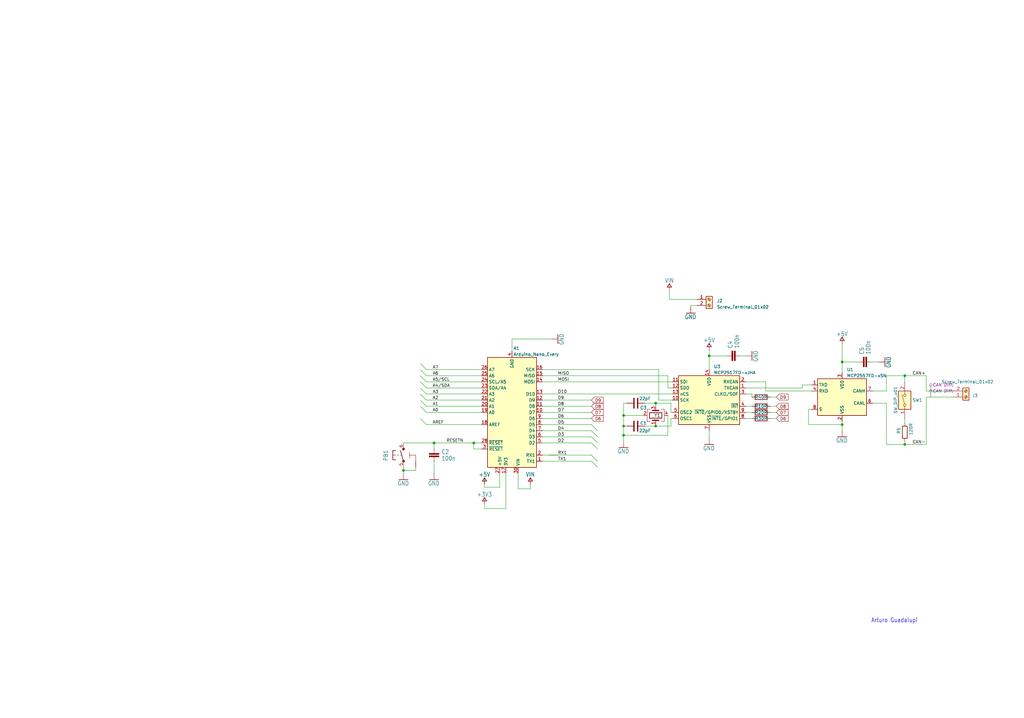
<source format=kicad_sch>
(kicad_sch (version 20230121) (generator eeschema)
  (paper "User" 425.45 298.45)
  (lib_symbols
    (symbol "Connector:Screw_Terminal_01x02" (pin_names (offset 1.016) hide)
      (property "Reference" "J" (at 0 2.54 0))
      (property "Value" "Screw_Terminal_01x02" (at 0 -5.08 0))
      (symbol "Screw_Terminal_01x02_1_1"
        (rectangle (start -1.27 1.27) (end 1.27 -3.81) (stroke (width 0.254)) (fill (type background)))
        (circle (center 0 -2.54) (radius 0.635) (stroke (width 0.1524)))
        (polyline (pts (xy -0.5334 -2.2098) (xy 0.3302 -3.048)) (stroke (width 0.1524)))
        (polyline (pts (xy -0.5334 0.3302) (xy 0.3302 -0.508)) (stroke (width 0.1524)))
        (polyline (pts (xy -0.3556 -2.032) (xy 0.508 -2.8702)) (stroke (width 0.1524)))
        (polyline (pts (xy -0.3556 0.508) (xy 0.508 -0.3302)) (stroke (width 0.1524)))
        (circle (center 0 0) (radius 0.635) (stroke (width 0.1524)))
        (pin passive line (at -5.08 0 0) (length 3.81) (name "Pin_1") (number "1"))
        (pin passive line (at -5.08 -2.54 0) (length 3.81) (name "Pin_2") (number "2"))
      )
    )
    (symbol "Device:C" (pin_numbers hide) (pin_names (offset 0.254))
      (property "Reference" "C" (at 0.635 2.54 0))
      (property "Value" "C" (at 0.635 -2.54 0))
      (symbol "C_0_1"
        (polyline (pts (xy -2.032 -0.762) (xy 2.032 -0.762)) (stroke (width 0.508)))
        (polyline (pts (xy -2.032 0.762) (xy 2.032 0.762)) (stroke (width 0.508)))
      )
      (symbol "C_1_1"
        (pin passive line (at 0 3.81 270) (length 2.794) (name "~") (number "1"))
        (pin passive line (at 0 -3.81 90) (length 2.794) (name "~") (number "2"))
      )
    )
    (symbol "Device:Crystal_GND24" (pin_names (offset 1.016) hide)
      (property "Reference" "Y" (at 3.175 5.08 0))
      (property "Value" "Crystal_GND24" (at 3.175 3.175 0))
      (symbol "Crystal_GND24_0_1"
        (rectangle (start -1.143 2.54) (end 1.143 -2.54) (stroke (width 0.3048)))
        (polyline (pts (xy -2.54 0) (xy -2.032 0)))
        (polyline (pts (xy -2.032 -1.27) (xy -2.032 1.27)) (stroke (width 0.508)))
        (polyline (pts (xy 0 -3.81) (xy 0 -3.556)))
        (polyline (pts (xy 0 3.556) (xy 0 3.81)))
        (polyline (pts (xy 2.032 -1.27) (xy 2.032 1.27)) (stroke (width 0.508)))
        (polyline (pts (xy 2.032 0) (xy 2.54 0)))
        (polyline (pts (xy -2.54 -2.286) (xy -2.54 -3.556) (xy 2.54 -3.556) (xy 2.54 -2.286)))
        (polyline (pts (xy -2.54 2.286) (xy -2.54 3.556) (xy 2.54 3.556) (xy 2.54 2.286)))
      )
      (symbol "Crystal_GND24_1_1"
        (pin passive line (at -3.81 0 0) (length 1.27) (name "1") (number "1"))
        (pin passive line (at 0 5.08 270) (length 1.27) (name "2") (number "2"))
        (pin passive line (at 3.81 0 180) (length 1.27) (name "3") (number "3"))
        (pin passive line (at 0 -5.08 90) (length 1.27) (name "4") (number "4"))
      )
    )
    (symbol "Device:R" (pin_numbers hide) (pin_names (offset 0))
      (property "Reference" "R" (at 2.032 0 90))
      (property "Value" "R" (at 0 0 90))
      (symbol "R_0_1"
        (rectangle (start -1.016 -2.54) (end 1.016 2.54) (stroke (width 0.254)))
      )
      (symbol "R_1_1"
        (pin passive line (at 0 3.81 270) (length 1.27) (name "~") (number "1"))
        (pin passive line (at 0 -3.81 90) (length 1.27) (name "~") (number "2"))
      )
    )
    (symbol "Interface_CAN_LIN:MCP2517FD-xJHA"
      (property "Reference" "U" (at -12.7 12.7 0))
      (property "Value" "MCP2517FD-xJHA" (at 2.54 12.7 0))
      (symbol "MCP2517FD-xJHA_0_1"
        (rectangle (start -12.7 10.16) (end 12.7 -10.16) (stroke (width 0.254)) (fill (type background)))
      )
      (symbol "MCP2517FD-xJHA_1_1"
        (pin output line (at 15.24 5.08 180) (length 2.54) (name "TXCAN") (number "1"))
        (pin input line (at -15.24 0 0) (length 2.54) (name "SCK") (number "10"))
        (pin input line (at -15.24 7.62 0) (length 2.54) (name "SDI") (number "11"))
        (pin output line (at -15.24 5.08 0) (length 2.54) (name "SDO") (number "12"))
        (pin input line (at -15.24 2.54 0) (length 2.54) (name "nCS") (number "13"))
        (pin power_in line (at 0 12.7 270) (length 2.54) (name "VDD") (number "14"))
        (pin passive line (at 0 -12.7 90) (length 2.54) hide (name "VSS") (number "15"))
        (pin input line (at 15.24 7.62 180) (length 2.54) (name "RXCAN") (number "2"))
        (pin output line (at 15.24 2.54 180) (length 2.54) (name "CLKO/SOF") (number "3"))
        (pin output line (at 15.24 -2.54 180) (length 2.54) (name "~{INT}") (number "4"))
        (pin output line (at -15.24 -5.08 0) (length 2.54) (name "OSC2") (number "5"))
        (pin input line (at -15.24 -7.62 0) (length 2.54) (name "OSC1") (number "6"))
        (pin power_in line (at 0 -12.7 90) (length 2.54) (name "VSS") (number "7"))
        (pin bidirectional line (at 15.24 -7.62 180) (length 2.54) (name "~{INT1}/GPIO1") (number "8"))
        (pin bidirectional line (at 15.24 -5.08 180) (length 2.54) (name "~{INT0}/GPIO0/XSTBY") (number "9"))
      )
    )
    (symbol "Interface_CAN_LIN:MCP2557FD-xSN"
      (property "Reference" "U" (at -10.16 10.16 0))
      (property "Value" "MCP2557FD-xSN" (at 2.54 10.16 0))
      (symbol "MCP2557FD-xSN_0_1"
        (rectangle (start -10.16 7.62) (end 10.16 -7.62) (stroke (width 0.254)) (fill (type background)))
      )
      (symbol "MCP2557FD-xSN_1_1"
        (pin input line (at -12.7 5.08 0) (length 2.54) (name "TXD") (number "1"))
        (pin power_in line (at 0 -10.16 90) (length 2.54) (name "VSS") (number "2"))
        (pin power_in line (at 0 10.16 270) (length 2.54) (name "VDD") (number "3"))
        (pin output line (at -12.7 2.54 0) (length 2.54) (name "RXD") (number "4"))
        (pin no_connect line (at -10.16 -2.54 0) (length 2.54) hide (name "NC") (number "5"))
        (pin bidirectional line (at 12.7 -2.54 180) (length 2.54) (name "CANL") (number "6"))
        (pin bidirectional line (at 12.7 2.54 180) (length 2.54) (name "CANH") (number "7"))
        (pin input line (at -12.7 -5.08 0) (length 2.54) (name "S") (number "8"))
      )
    )
    (symbol "MCU_Module:Arduino_Nano_Every"
      (property "Reference" "A" (at -10.16 23.495 0))
      (property "Value" "Arduino_Nano_Every" (at 5.08 -24.13 0))
      (symbol "Arduino_Nano_Every_0_1"
        (rectangle (start -10.16 22.86) (end 10.16 -22.86) (stroke (width 0.254)) (fill (type background)))
      )
      (symbol "Arduino_Nano_Every_1_1"
        (pin bidirectional line (at -12.7 20.32 0) (length 2.54) (name "TX1") (number "1"))
        (pin bidirectional line (at -12.7 0 0) (length 2.54) (name "D7") (number "10"))
        (pin bidirectional line (at -12.7 -2.54 0) (length 2.54) (name "D8") (number "11"))
        (pin bidirectional line (at -12.7 -5.08 0) (length 2.54) (name "D9") (number "12"))
        (pin bidirectional line (at -12.7 -7.62 0) (length 2.54) (name "D10") (number "13"))
        (pin bidirectional line (at -12.7 -12.7 0) (length 2.54) (name "MOSI") (number "14"))
        (pin bidirectional line (at -12.7 -15.24 0) (length 2.54) (name "MISO") (number "15"))
        (pin bidirectional line (at -12.7 -17.78 0) (length 2.54) (name "SCK") (number "16"))
        (pin power_out line (at 2.54 25.4 270) (length 2.54) (name "3V3") (number "17"))
        (pin input line (at 12.7 5.08 180) (length 2.54) (name "AREF") (number "18"))
        (pin bidirectional line (at 12.7 0 180) (length 2.54) (name "A0") (number "19"))
        (pin bidirectional line (at -12.7 17.78 0) (length 2.54) (name "RX1") (number "2"))
        (pin bidirectional line (at 12.7 -2.54 180) (length 2.54) (name "A1") (number "20"))
        (pin bidirectional line (at 12.7 -5.08 180) (length 2.54) (name "A2") (number "21"))
        (pin bidirectional line (at 12.7 -7.62 180) (length 2.54) (name "A3") (number "22"))
        (pin bidirectional line (at 12.7 -10.16 180) (length 2.54) (name "SDA/A4") (number "23"))
        (pin bidirectional line (at 12.7 -12.7 180) (length 2.54) (name "SCL/A5") (number "24"))
        (pin bidirectional line (at 12.7 -15.24 180) (length 2.54) (name "A6") (number "25"))
        (pin bidirectional line (at 12.7 -17.78 180) (length 2.54) (name "A7") (number "26"))
        (pin power_out line (at 5.08 25.4 270) (length 2.54) (name "+5V") (number "27"))
        (pin input line (at 12.7 12.7 180) (length 2.54) (name "~{RESET}") (number "28"))
        (pin passive line (at 0 -25.4 90) (length 2.54) hide (name "GND") (number "29"))
        (pin input line (at 12.7 15.24 180) (length 2.54) (name "~{RESET}") (number "3"))
        (pin power_in line (at -2.54 25.4 270) (length 2.54) (name "VIN") (number "30"))
        (pin power_in line (at 0 -25.4 90) (length 2.54) (name "GND") (number "4"))
        (pin bidirectional line (at -12.7 12.7 0) (length 2.54) (name "D2") (number "5"))
        (pin bidirectional line (at -12.7 10.16 0) (length 2.54) (name "D3") (number "6"))
        (pin bidirectional line (at -12.7 7.62 0) (length 2.54) (name "D4") (number "7"))
        (pin bidirectional line (at -12.7 5.08 0) (length 2.54) (name "D5") (number "8"))
        (pin bidirectional line (at -12.7 2.54 0) (length 2.54) (name "D6") (number "9"))
      )
    )
    (symbol "NANOEveryV3.0-eagle-import:+3V3" (power)
      (property "Value" "+3V3" (at 0 0.508 0))
      (symbol "+3V3_1_0"
        (polyline (pts (xy -0.889 -1.27) (xy 0.889 -1.27)) (stroke (width 0.254)))
        (polyline (pts (xy 0 0.127) (xy -0.889 -1.27)) (stroke (width 0.254)))
        (polyline (pts (xy 0.889 -1.27) (xy 0 0.127)) (stroke (width 0.254)))
        (pin power_in line (at 0 -2.54 90) (length 2.54) (name "+3V3") (number "1"))
      )
    )
    (symbol "NANOEveryV3.0-eagle-import:+5V" (power)
      (property "Value" "+5V" (at 0 0.508 0))
      (symbol "+5V_1_0"
        (polyline (pts (xy -0.889 -1.27) (xy 0.889 -1.27)) (stroke (width 0.254)))
        (polyline (pts (xy 0 0.127) (xy -0.889 -1.27)) (stroke (width 0.254)))
        (polyline (pts (xy 0.889 -1.27) (xy 0 0.127)) (stroke (width 0.254)))
        (pin power_in line (at 0 -2.54 90) (length 2.54) (name "+5V") (number "1"))
      )
    )
    (symbol "NANOEveryV3.0-eagle-import:Arduino-supply_GND" (power)
      (property "Value" "Arduino-supply_GND" (at -2.54 -2.54 0))
      (symbol "Arduino-supply_GND_1_0"
        (polyline (pts (xy -1.905 0) (xy 1.905 0)) (stroke (width 0.254)))
        (pin power_in line (at 0 2.54 270) (length 2.54) (name "GND") (number "1"))
      )
    )
    (symbol "NANOEveryV3.0-eagle-import:C-0402"
      (property "Reference" "C" (at 1.524 1.651 0))
      (symbol "C-0402_1_0"
        (rectangle (start -2.032 -0.762) (end 2.032 -0.254) (fill (type outline)))
        (rectangle (start -2.032 0.254) (end 2.032 0.762) (fill (type outline)))
        (polyline (pts (xy 0 -2.54) (xy 0 -0.762)) (stroke (width 0.1524)))
        (polyline (pts (xy 0 2.54) (xy 0 0.762)) (stroke (width 0.1524)))
        (pin passive line (at 0 2.54 270) (length 0) (name "1") (number "1"))
        (pin passive line (at 0 -2.54 90) (length 0) (name "2") (number "2"))
      )
    )
    (symbol "NANOEveryV3.0-eagle-import:TACTILE1PTS820-NH"
      (property "Reference" "PB" (at -6.35 -2.54 90))
      (symbol "TACTILE1PTS820-NH_1_0"
        (circle (center 0 -2.54) (radius 0.127) (stroke (width 0.4064)))
        (polyline (pts (xy -4.445 -1.905) (xy -3.175 -1.905)) (stroke (width 0.254)))
        (polyline (pts (xy -4.445 0) (xy -4.445 -1.905)) (stroke (width 0.254)))
        (polyline (pts (xy -4.445 0) (xy -3.175 0)) (stroke (width 0.1524)))
        (polyline (pts (xy -4.445 1.905) (xy -4.445 0)) (stroke (width 0.254)))
        (polyline (pts (xy -4.445 1.905) (xy -3.175 1.905)) (stroke (width 0.254)))
        (polyline (pts (xy -2.54 0) (xy -1.905 0)) (stroke (width 0.1524)))
        (polyline (pts (xy -1.27 0) (xy -0.635 0)) (stroke (width 0.1524)))
        (polyline (pts (xy 0 -2.54) (xy -1.27 1.905)) (stroke (width 0.254)))
        (polyline (pts (xy 0 1.905) (xy 0 2.54)) (stroke (width 0.254)))
        (polyline (pts (xy 2.54 0) (xy 2.54 -1.27)) (stroke (width 0.1524)))
        (polyline (pts (xy 2.54 0) (xy 2.54 1.27)) (stroke (width 0.1524)))
        (polyline (pts (xy 5.08 -2.54) (xy 5.08 0)) (stroke (width 0.1524)))
        (polyline (pts (xy 5.08 0) (xy 2.54 0)) (stroke (width 0.1524)))
        (circle (center 0 2.54) (radius 0.127) (stroke (width 0.4064)))
        (pin power_in line (at 5.08 -5.08 90) (length 2.54) (name "3") (number "1"))
        (pin power_in line (at 5.08 -5.08 90) (length 2.54) (name "3") (number "2"))
        (pin power_in line (at 5.08 -5.08 90) (length 2.54) (name "3") (number "3"))
        (pin power_in line (at 5.08 -5.08 90) (length 2.54) (name "3") (number "4"))
        (pin passive line (at 0 -5.08 90) (length 2.54) (name "1") (number "5"))
        (pin passive line (at 0 5.08 270) (length 2.54) (name "2") (number "6"))
      )
    )
    (symbol "NANOEveryV3.0-eagle-import:VIN" (power)
      (property "Value" "VIN" (at 0 0.508 0))
      (symbol "VIN_1_0"
        (polyline (pts (xy -0.889 -1.27) (xy 0.889 -1.27)) (stroke (width 0.254)))
        (polyline (pts (xy 0 0.127) (xy -0.889 -1.27)) (stroke (width 0.254)))
        (polyline (pts (xy 0.889 -1.27) (xy 0 0.127)) (stroke (width 0.254)))
        (pin power_in line (at 0 -2.54 90) (length 2.54) (name "VIN") (number "1"))
      )
    )
    (symbol "Switch:SW_DIP_x01" (pin_names (offset 0) hide)
      (property "Reference" "SW" (at 0 3.81 0))
      (property "Value" "SW_DIP_x01" (at 0 -3.81 0))
      (symbol "SW_DIP_x01_0_0"
        (circle (center -2.032 0) (radius 0.508))
        (polyline (pts (xy -1.524 0.127) (xy 2.3622 1.1684)))
        (circle (center 2.032 0) (radius 0.508))
      )
      (symbol "SW_DIP_x01_0_1"
        (rectangle (start -3.81 2.54) (end 3.81 -2.54) (stroke (width 0.254)) (fill (type background)))
      )
      (symbol "SW_DIP_x01_1_1"
        (pin passive line (at -7.62 0 0) (length 5.08) (name "~") (number "1"))
        (pin passive line (at 7.62 0 180) (length 5.08) (name "~") (number "2"))
      )
    )
  )
  (junction (at 294.64 147.955))
  (junction (at 259.08 177.165))
  (junction (at 272.415 167.64))
  (junction (at 196.85 184.15))
  (junction (at 349.885 150.495))
  (junction (at 167.64 195.58))
  (junction (at 259.08 172.72))
  (junction (at 272.415 177.165))
  (junction (at 180.34 184.15))
  (junction (at 349.885 176.53))
  (junction (at 375.92 156.21))
  (junction (at 375.92 184.785))
  (junction (at 259.08 180.975))
  (bus_entry (at 245.745 181.61) (size 2.54 2.54))
  (bus_entry (at 177.165 166.37) (size -2.54 -2.54))
  (bus_entry (at 177.165 156.21) (size -2.54 -2.54))
  (bus_entry (at 245.745 189.23) (size 2.54 2.54))
  (bus_entry (at 177.165 158.75) (size -2.54 -2.54))
  (bus_entry (at 177.165 153.67) (size -2.54 -2.54))
  (bus_entry (at 177.165 171.45) (size -2.54 -2.54))
  (bus_entry (at 177.165 163.83) (size -2.54 -2.54))
  (bus_entry (at 245.745 179.07) (size 2.54 2.54))
  (bus_entry (at 177.165 176.53) (size -2.54 -2.54))
  (bus_entry (at 245.745 176.53) (size 2.54 2.54))
  (bus_entry (at 177.165 161.29) (size -2.54 -2.54))
  (bus_entry (at 177.165 168.91) (size -2.54 -2.54))
  (bus_entry (at 245.745 191.77) (size 2.54 2.54))
  (bus_entry (at 245.745 184.15) (size 2.54 2.54))
  (wire (pts (xy 196.85 184.15) (xy 200.025 184.15)) (stroke (width 0.1524)))
  (wire (pts (xy 396.24 165.1) (xy 384.81 165.1)))
  (wire (pts (xy 396.24 162.56) (xy 384.81 162.56)))
  (wire (pts (xy 368.3 184.785) (xy 375.92 184.785)))
  (wire (pts (xy 294.64 147.955) (xy 294.64 153.67)))
  (wire (pts (xy 172.72 195.58) (xy 172.72 194.31)) (stroke (width 0.1524)))
  (wire (pts (xy 220.345 203.2) (xy 220.345 201.295)))
  (wire (pts (xy 180.34 196.85) (xy 180.34 191.77)) (stroke (width 0.1524)))
  (wire (pts (xy 225.425 163.83) (xy 245.745 163.83)) (stroke (width 0.1524)))
  (wire (pts (xy 200.025 168.91) (xy 177.165 168.91)) (stroke (width 0.1524)))
  (wire (pts (xy 375.92 173.99) (xy 375.92 175.895)))
  (wire (pts (xy 278.765 171.45) (xy 279.4 171.45)))
  (wire (pts (xy 375.92 184.785) (xy 384.81 184.785)))
  (wire (pts (xy 273.685 153.67) (xy 273.685 166.37)) (stroke (width 0.1524)))
  (wire (pts (xy 294.64 145.415) (xy 294.64 147.955)))
  (wire (pts (xy 212.725 140.97) (xy 229.235 140.97)) (stroke (width 0.1524)))
  (wire (pts (xy 200.025 153.67) (xy 177.165 153.67)) (stroke (width 0.1524)))
  (wire (pts (xy 200.025 171.45) (xy 177.165 171.45)) (stroke (width 0.1524)))
  (wire (pts (xy 375.92 156.21) (xy 375.92 158.75)))
  (wire (pts (xy 368.3 167.64) (xy 368.3 184.785)))
  (wire (pts (xy 278.765 167.64) (xy 278.765 171.45)))
  (wire (pts (xy 200.025 158.75) (xy 177.165 158.75)) (stroke (width 0.1524)))
  (wire (pts (xy 259.08 177.165) (xy 260.35 177.165)))
  (wire (pts (xy 333.375 160.02) (xy 337.185 160.02)))
  (wire (pts (xy 200.025 163.83) (xy 177.165 163.83)) (stroke (width 0.1524)))
  (wire (pts (xy 277.495 172.72) (xy 277.495 180.975)))
  (wire (pts (xy 309.88 171.45) (xy 312.42 171.45)))
  (wire (pts (xy 231.775 189.23) (xy 227.965 189.23)))
  (wire (pts (xy 207.645 202.565) (xy 201.295 202.565)))
  (wire (pts (xy 200.025 166.37) (xy 177.165 166.37)) (stroke (width 0.1524)))
  (wire (pts (xy 225.425 156.21) (xy 277.495 156.21)) (stroke (width 0.1524)))
  (wire (pts (xy 368.3 162.56) (xy 368.3 156.21)))
  (wire (pts (xy 318.135 158.75) (xy 318.135 162.56)))
  (wire (pts (xy 210.185 211.455) (xy 210.185 196.85)))
  (wire (pts (xy 225.425 189.23) (xy 245.745 189.23)) (stroke (width 0.1524)))
  (wire (pts (xy 269.24 158.75) (xy 279.4 158.75)))
  (wire (pts (xy 259.08 172.72) (xy 267.335 172.72)))
  (wire (pts (xy 278.765 173.99) (xy 278.765 177.165)))
  (wire (pts (xy 225.425 153.67) (xy 273.685 153.67)))
  (wire (pts (xy 349.885 150.495) (xy 356.87 150.495)))
  (wire (pts (xy 225.425 171.45) (xy 245.745 171.45)) (stroke (width 0.1524)))
  (wire (pts (xy 278.13 124.46) (xy 278.13 120.65)))
  (wire (pts (xy 320.04 165.1) (xy 322.58 165.1)))
  (wire (pts (xy 215.265 196.85) (xy 215.265 203.2)))
  (wire (pts (xy 312.42 163.83) (xy 312.42 165.1)))
  (wire (pts (xy 307.34 147.955) (xy 309.88 147.955)))
  (wire (pts (xy 349.885 142.875) (xy 349.885 150.495)))
  (wire (pts (xy 335.915 176.53) (xy 349.885 176.53)))
  (wire (pts (xy 273.685 166.37) (xy 279.4 166.37)) (stroke (width 0.1524)))
  (wire (pts (xy 349.885 175.26) (xy 349.885 176.53)))
  (wire (pts (xy 215.265 203.2) (xy 220.345 203.2)))
  (wire (pts (xy 362.585 167.64) (xy 368.3 167.64)))
  (wire (pts (xy 196.85 184.15) (xy 196.85 186.69)))
  (wire (pts (xy 289.56 124.46) (xy 278.13 124.46)))
  (wire (pts (xy 225.425 179.07) (xy 245.745 179.07)) (stroke (width 0.1524)))
  (wire (pts (xy 279.4 173.99) (xy 278.765 173.99)))
  (wire (pts (xy 362.585 162.56) (xy 368.3 162.56)))
  (wire (pts (xy 167.64 195.58) (xy 172.72 195.58)) (stroke (width 0.1524)))
  (wire (pts (xy 200.025 176.53) (xy 177.165 176.53)) (stroke (width 0.1524)))
  (wire (pts (xy 259.08 172.72) (xy 259.08 167.64)))
  (wire (pts (xy 277.495 156.21) (xy 277.495 161.29)) (stroke (width 0.1524)))
  (wire (pts (xy 167.64 194.31) (xy 167.64 195.58)) (stroke (width 0.1524)))
  (wire (pts (xy 309.88 161.29) (xy 333.375 161.29)))
  (wire (pts (xy 267.97 177.165) (xy 272.415 177.165)))
  (wire (pts (xy 212.725 140.97) (xy 212.725 146.05)) (stroke (width 0.1524)))
  (wire (pts (xy 294.64 179.07) (xy 294.64 182.245)))
  (wire (pts (xy 207.645 196.85) (xy 207.645 202.565)))
  (wire (pts (xy 337.185 170.18) (xy 335.915 170.18)))
  (wire (pts (xy 225.425 191.77) (xy 245.745 191.77)) (stroke (width 0.1524)))
  (wire (pts (xy 272.415 167.64) (xy 278.765 167.64)))
  (wire (pts (xy 272.415 177.165) (xy 272.415 176.53)))
  (wire (pts (xy 272.415 168.91) (xy 272.415 167.64)))
  (wire (pts (xy 167.64 195.58) (xy 167.64 196.85)) (stroke (width 0.1524)))
  (wire (pts (xy 375.92 184.785) (xy 375.92 183.515)))
  (wire (pts (xy 201.295 209.55) (xy 201.295 211.455)))
  (wire (pts (xy 289.56 127) (xy 287.02 127)))
  (wire (pts (xy 180.34 184.15) (xy 167.64 184.15)) (stroke (width 0.1524)))
  (wire (pts (xy 225.425 168.91) (xy 245.745 168.91)) (stroke (width 0.1524)))
  (wire (pts (xy 309.88 168.91) (xy 312.42 168.91)))
  (wire (pts (xy 259.08 177.165) (xy 259.08 172.72)))
  (wire (pts (xy 318.135 162.56) (xy 337.185 162.56)))
  (wire (pts (xy 361.95 150.495) (xy 365.125 150.495)))
  (wire (pts (xy 259.08 180.975) (xy 259.08 177.165)))
  (wire (pts (xy 259.08 183.515) (xy 259.08 180.975)))
  (wire (pts (xy 384.81 165.1) (xy 384.81 184.785)))
  (wire (pts (xy 278.765 177.165) (xy 272.415 177.165)))
  (wire (pts (xy 200.025 156.21) (xy 177.165 156.21)) (stroke (width 0.1524)))
  (wire (pts (xy 225.425 176.53) (xy 245.745 176.53)) (stroke (width 0.1524)))
  (wire (pts (xy 320.04 171.45) (xy 322.58 171.45)))
  (wire (pts (xy 335.915 170.18) (xy 335.915 176.53)))
  (wire (pts (xy 309.88 173.99) (xy 312.42 173.99)))
  (wire (pts (xy 320.04 173.99) (xy 322.58 173.99)))
  (wire (pts (xy 368.3 156.21) (xy 375.92 156.21)))
  (wire (pts (xy 201.295 202.565) (xy 201.295 201.295)))
  (wire (pts (xy 245.745 163.83) (xy 279.4 163.83)))
  (wire (pts (xy 225.425 181.61) (xy 245.745 181.61)) (stroke (width 0.1524)))
  (wire (pts (xy 294.64 147.955) (xy 302.26 147.955)))
  (wire (pts (xy 349.885 150.495) (xy 349.885 154.94)))
  (wire (pts (xy 309.88 158.75) (xy 318.135 158.75)))
  (wire (pts (xy 309.88 163.83) (xy 312.42 163.83)))
  (wire (pts (xy 225.425 158.75) (xy 269.24 158.75)) (stroke (width 0.1524)))
  (wire (pts (xy 180.34 184.15) (xy 180.34 186.69)) (stroke (width 0.1524)))
  (wire (pts (xy 225.425 166.37) (xy 245.745 166.37)) (stroke (width 0.1524)))
  (wire (pts (xy 259.08 167.64) (xy 260.35 167.64)))
  (wire (pts (xy 320.04 168.91) (xy 322.58 168.91)))
  (wire (pts (xy 384.81 162.56) (xy 384.81 156.21)))
  (wire (pts (xy 225.425 184.15) (xy 245.745 184.15)) (stroke (width 0.1524)))
  (wire (pts (xy 180.34 184.15) (xy 196.85 184.15)) (stroke (width 0.1524)))
  (wire (pts (xy 201.295 211.455) (xy 210.185 211.455)))
  (wire (pts (xy 200.025 186.69) (xy 196.85 186.69)))
  (wire (pts (xy 277.495 161.29) (xy 279.4 161.29)) (stroke (width 0.1524)))
  (wire (pts (xy 349.885 176.53) (xy 349.885 179.07)))
  (wire (pts (xy 277.495 180.975) (xy 259.08 180.975)))
  (wire (pts (xy 225.425 173.99) (xy 245.745 173.99)) (stroke (width 0.1524)))
  (wire (pts (xy 287.02 127) (xy 287.02 127.635)))
  (wire (pts (xy 200.025 161.29) (xy 177.165 161.29)) (stroke (width 0.1524)))
  (wire (pts (xy 267.97 167.64) (xy 272.415 167.64)))
  (wire (pts (xy 333.375 161.29) (xy 333.375 160.02)))
  (wire (pts (xy 375.92 156.21) (xy 384.81 156.21)))
  (text "Arturo Guadalupi" (at 361.95 259.08 0) (effects (font (size 1.778 1.5113)) (justify left bottom)))
  (label "CAN-" (at 379.095 184.785 0))
  (label "TX1" (at 231.775 191.77 0) (effects (font (size 1.2446 1.2446))))
  (label "A6" (at 179.705 156.21 0) (effects (font (size 1.2446 1.2446))))
  (label "D10~{}" (at 231.775 163.83 0) (effects (font (size 1.2446 1.2446))))
  (label "D2" (at 231.775 184.15 0) (effects (font (size 1.2446 1.2446))))
  (label "AREF" (at 179.705 176.53 0) (effects (font (size 1.2446 1.2446))))
  (label "MOSI" (at 231.775 158.75 0) (effects (font (size 1.2446 1.2446))))
  (label "D8" (at 231.775 168.91 0) (effects (font (size 1.2446 1.2446))))
  (label "RESETN" (at 185.42 184.15 0) (effects (font (size 1.2446 1.2446))))
  (label "D5~{}" (at 231.775 176.53 0) (effects (font (size 1.2446 1.2446))))
  (label "RX1" (at 231.775 189.23 0) (effects (font (size 1.2446 1.2446))))
  (label "D4" (at 231.775 179.07 0) (effects (font (size 1.2446 1.2446))))
  (label "A1" (at 179.705 168.91 0) (effects (font (size 1.2446 1.2446))))
  (label "D9~{}" (at 231.775 166.37 0) (effects (font (size 1.2446 1.2446))))
  (label "A7" (at 179.705 153.67 0) (effects (font (size 1.2446 1.2446))))
  (label "D7" (at 231.775 171.45 0) (effects (font (size 1.2446 1.2446))))
  (label "A0" (at 179.705 171.45 0) (effects (font (size 1.2446 1.2446))))
  (label "MISO" (at 231.775 156.21 0) (effects (font (size 1.2446 1.2446))))
  (label "D3~{}" (at 231.775 181.61 0) (effects (font (size 1.2446 1.2446))))
  (label "CAN+" (at 379.095 156.21 0))
  (label "A2" (at 179.705 166.37 0) (effects (font (size 1.2446 1.2446))))
  (label "A5/SCL" (at 179.705 158.75 0) (effects (font (size 1.2446 1.2446))))
  (label "A4/SDA" (at 179.705 161.29 0) (effects (font (size 1.2446 1.2446))))
  (label "D6~{}" (at 231.775 173.99 0) (effects (font (size 1.2446 1.2446))))
  (label "A3" (at 179.705 163.83 0) (effects (font (size 1.2446 1.2446))))
  (global_label "D8" (shape input) (at 245.745 168.91 0) (property "Intersheetrefs" "${INTERSHEET_REFS}" (effects hide)))
  (global_label "D6~{}" (shape input) (at 245.745 173.99 0) (property "Intersheetrefs" "${INTERSHEET_REFS}" (effects hide)))
  (global_label "D9" (shape input) (at 245.745 166.37 0) (property "Intersheetrefs" "${INTERSHEET_REFS}" (effects hide)))
  (global_label "D6~{}" (shape input) (at 322.58 173.99 0) (property "Intersheetrefs" "${INTERSHEET_REFS}" (effects hide)))
  (global_label "D9" (shape input) (at 322.58 165.1 0) (property "Intersheetrefs" "${INTERSHEET_REFS}" (effects hide)))
  (global_label "D7" (shape input) (at 245.745 171.45 0) (property "Intersheetrefs" "${INTERSHEET_REFS}" (effects hide)))
  (global_label "D7" (shape input) (at 322.58 171.45 0) (property "Intersheetrefs" "${INTERSHEET_REFS}" (effects hide)))
  (global_label "D8" (shape input) (at 322.58 168.91 0) (property "Intersheetrefs" "${INTERSHEET_REFS}" (effects hide)))
  (netclass_flag "" (length 2.54) (shape round) (at 386.715 162.56 0))
  (netclass_flag "" (length 2.54) (shape round) (at 386.715 165.1 0))
  (symbol (lib_id "Device:C") (at 264.16 167.64 90) (mirror x) (unit 1)
    (property "Reference" "C3" (at 267.335 169.545 90))
    (property "Value" "22pF" (at 267.97 165.735 90))
    (property "Footprint" "Capacitor_SMD:C_0402_1005Metric_Pad0.74x0.62mm_HandSolder" (effects hide))
  )
  (symbol (lib_id "NANOEveryV3.0-eagle-import:+5V") (at 349.885 140.335 0) (unit 1)
    (property "Reference" "#P+01" (effects hide))
    (property "Value" "+5V" (at 349.885 139.827 0) (effects (font (size 1.778 1.5113)) (justify bottom)))
  )
  (symbol (lib_id "NANOEveryV3.0-eagle-import:Arduino-supply_GND") (at 259.08 186.055 0) (unit 1)
    (property "Reference" "#GND04" (effects hide))
    (property "Value" "GND" (at 256.54 188.595 0) (effects (font (size 1.778 1.5113)) (justify left bottom)))
  )
  (symbol (lib_id "Device:R") (at 316.23 168.91 90) (unit 1)
    (property "Reference" "R1" (at 314.96 168.91 90))
    (property "Value" "0R" (at 317.5 168.91 90))
    (property "Footprint" "Resistor_SMD:R_01005_0402Metric_Pad0.57x0.30mm_HandSolder" (effects hide))
  )
  (symbol (lib_id "NANOEveryV3.0-eagle-import:VIN") (at 278.13 118.11 0) (unit 1)
    (property "Reference" "#VIN02" (effects hide))
    (property "Value" "VIN" (at 278.13 117.602 0) (effects (font (size 1.778 1.5113)) (justify bottom)))
  )
  (symbol (lib_id "Switch:SW_DIP_x01") (at 375.92 166.37 90) (unit 1)
    (property "Reference" "SW1" (at 379.095 166.37 90) (effects (justify right)))
    (property "Value" "SW_DIP_x01" (at 372.11 160.655 0) (effects (justify right)))
    (property "Footprint" "Button_Switch_SMD:SW_DIP_SPSTx01_Slide_Copal_CHS-01A_W5.08mm_P1.27mm_JPin" (effects hide))
  )
  (symbol (lib_id "NANOEveryV3.0-eagle-import:Arduino-supply_GND") (at 294.64 184.785 0) (unit 1)
    (property "Reference" "#GND02" (effects hide))
    (property "Value" "GND" (at 292.1 187.325 0) (effects (font (size 1.778 1.5113)) (justify left bottom)))
  )
  (symbol (lib_id "MCU_Module:Arduino_Nano_Every") (at 212.725 171.45 180) (unit 1)
    (property "Reference" "A1" (at 213.3091 144.78 0) (effects (justify right)))
    (property "Value" "Arduino_Nano_Every" (at 213.3091 147.32 0) (effects (justify right)))
    (property "Footprint" "Module:Arduino_Nano_WithMountingHoles" (effects hide))
    (property "Datasheet" "https://content.arduino.cc/assets/NANOEveryV3.0_sch.pdf" (effects hide))
  )
  (symbol (lib_id "NANOEveryV3.0-eagle-import:C-0402") (at 304.8 147.955 90) (unit 1)
    (property "Reference" "C4" (at 304.419 144.907 0) (effects (font (size 1.778 1.5113)) (justify left bottom)))
    (property "Value" "100n" (at 305.181 144.907 0) (effects (font (size 1.778 1.5113)) (justify left top)))
    (property "Footprint" "Capacitor_SMD:C_0402_1005Metric_Pad0.74x0.62mm_HandSolder" (effects hide))
  )
  (symbol (lib_id "NANOEveryV3.0-eagle-import:Arduino-supply_GND") (at 312.42 147.955 90) (unit 1)
    (property "Reference" "#GND05" (effects hide))
    (property "Value" "GND" (at 314.96 150.495 0) (effects (font (size 1.778 1.5113)) (justify left bottom)))
  )
  (symbol (lib_id "Device:R") (at 316.23 171.45 90) (unit 1)
    (property "Reference" "R2" (at 314.96 171.45 90))
    (property "Value" "0R" (at 317.5 171.45 90))
    (property "Footprint" "Resistor_SMD:R_01005_0402Metric_Pad0.57x0.30mm_HandSolder" (effects hide))
  )
  (symbol (lib_id "NANOEveryV3.0-eagle-import:Arduino-supply_GND") (at 349.885 181.61 0) (unit 1)
    (property "Reference" "#GND03" (effects hide))
    (property "Value" "GND" (at 347.345 184.15 0) (effects (font (size 1.778 1.5113)) (justify left bottom)))
  )
  (symbol (lib_id "Interface_CAN_LIN:MCP2557FD-xSN") (at 349.885 165.1 0) (unit 1)
    (property "Reference" "U1" (at 351.8409 153.67 0) (effects (justify left)))
    (property "Value" "MCP2557FD-xSN" (at 351.8409 156.21 0) (effects (justify left)))
    (property "Footprint" "Package_SO:SOIC-8_3.9x4.9mm_P1.27mm" (effects hide))
    (property "Datasheet" "https://ww1.microchip.com/downloads/en/DeviceDoc/20005533A.pdf" (effects hide))
  )
  (symbol (lib_id "Connector:Screw_Terminal_01x02") (at 401.32 165.1 0) (mirror x) (unit 1)
    (property "Reference" "J3" (at 403.86 164.465 0) (effects (justify left)))
    (property "Value" "Screw_Terminal_01x02" (at 391.16 158.75 0) (effects (justify left)))
    (property "Footprint" "TerminalBlock_Phoenix:TerminalBlock_Phoenix_MPT-0,5-2-2.54_1x02_P2.54mm_Horizontal" (effects hide))
  )
  (symbol (lib_id "NANOEveryV3.0-eagle-import:VIN") (at 220.345 198.755 0) (unit 1)
    (property "Reference" "#VIN01" (effects hide))
    (property "Value" "VIN" (at 220.345 198.247 0) (effects (font (size 1.778 1.5113)) (justify bottom)))
  )
  (symbol (lib_id "NANOEveryV3.0-eagle-import:Arduino-supply_GND") (at 180.34 199.39 0) (unit 1)
    (property "Reference" "#GND016" (effects hide))
    (property "Value" "GND" (at 177.8 201.93 0) (effects (font (size 1.778 1.5113)) (justify left bottom)))
  )
  (symbol (lib_id "Interface_CAN_LIN:MCP2517FD-xJHA") (at 294.64 166.37 0) (unit 1)
    (property "Reference" "U3" (at 296.5959 152.4 0) (effects (justify left)))
    (property "Value" "MCP2517FD-xJHA" (at 296.5959 154.94 0) (effects (justify left)))
    (property "Footprint" "Package_DFN_QFN:DFN-14-1EP_3x4.5mm_P0.65mm_EP1.65x4.25mm" (effects hide))
    (property "Datasheet" "https://ww1.microchip.com/downloads/en/DeviceDoc/20005688A.pdf" (effects hide))
  )
  (symbol (lib_id "NANOEveryV3.0-eagle-import:TACTILE1PTS820-NH") (at 167.64 189.23 0) (unit 1)
    (property "Reference" "PB1" (at 161.29 191.77 90) (effects (font (size 1.778 1.5113)) (justify left bottom)))
    (property "Value" "TACTILE1PTS820-NH" (effects hide))
    (property "Footprint" "NANOEveryV3.0:C&K_PTS820_NO_HOLES" (effects hide))
  )
  (symbol (lib_id "Device:R") (at 375.92 179.705 180) (unit 1)
    (property "Reference" "R5" (at 373.38 179.07 90))
    (property "Value" "120R" (at 378.46 178.435 90))
    (property "Footprint" "Resistor_SMD:R_01005_0402Metric_Pad0.57x0.30mm_HandSolder" (effects hide))
  )
  (symbol (lib_id "NANOEveryV3.0-eagle-import:C-0402") (at 359.41 150.495 90) (unit 1)
    (property "Reference" "C5" (at 359.029 147.447 0) (effects (font (size 1.778 1.5113)) (justify left bottom)))
    (property "Value" "100n" (at 359.791 147.447 0) (effects (font (size 1.778 1.5113)) (justify left top)))
    (property "Footprint" "Capacitor_SMD:C_0402_1005Metric_Pad0.74x0.62mm_HandSolder" (effects hide))
  )
  (symbol (lib_id "NANOEveryV3.0-eagle-import:C-0402") (at 180.34 189.23 0) (unit 1)
    (property "Reference" "C2" (at 183.388 188.849 0) (effects (font (size 1.778 1.5113)) (justify left bottom)))
    (property "Value" "100n" (at 183.388 189.611 0) (effects (font (size 1.778 1.5113)) (justify left top)))
    (property "Footprint" "Capacitor_SMD:C_0402_1005Metric_Pad0.74x0.62mm_HandSolder" (effects hide))
  )
  (symbol (lib_id "NANOEveryV3.0-eagle-import:Arduino-supply_GND") (at 287.02 130.175 0) (unit 1)
    (property "Reference" "#GND01" (effects hide))
    (property "Value" "GND" (at 284.48 132.715 0) (effects (font (size 1.778 1.5113)) (justify left bottom)))
  )
  (symbol (lib_id "NANOEveryV3.0-eagle-import:+5V") (at 201.295 198.755 0) (unit 1)
    (property "Reference" "#P+03" (effects hide))
    (property "Value" "+5V" (at 201.295 198.247 0) (effects (font (size 1.778 1.5113)) (justify bottom)))
  )
  (symbol (lib_id "NANOEveryV3.0-eagle-import:Arduino-supply_GND") (at 367.665 150.495 90) (unit 1)
    (property "Reference" "#GND06" (effects hide))
    (property "Value" "GND" (at 370.205 153.035 0) (effects (font (size 1.778 1.5113)) (justify left bottom)))
  )
  (symbol (lib_id "Device:R") (at 316.23 173.99 90) (unit 1)
    (property "Reference" "R3" (at 314.96 173.99 90))
    (property "Value" "0R" (at 317.5 173.99 90))
    (property "Footprint" "Resistor_SMD:R_01005_0402Metric_Pad0.57x0.30mm_HandSolder" (effects hide))
  )
  (symbol (lib_id "Device:Crystal_GND24") (at 272.415 172.72 90) (unit 1)
    (property "Reference" "Y1" (at 273.05 172.72 90))
    (property "Value" "Crystal_GND24" (effects hide))
    (property "Footprint" "Crystal:Crystal_SMD_3225-4Pin_3.2x2.5mm" (effects hide))
  )
  (symbol (lib_id "Connector:Screw_Terminal_01x02") (at 294.64 124.46 0) (unit 1)
    (property "Reference" "J2" (at 297.815 125.095 0) (effects (justify left)))
    (property "Value" "Screw_Terminal_01x02" (at 297.815 127.635 0) (effects (justify left)))
    (property "Footprint" "TerminalBlock_Phoenix:TerminalBlock_Phoenix_MPT-0,5-2-2.54_1x02_P2.54mm_Horizontal" (effects hide))
  )
  (symbol (lib_id "NANOEveryV3.0-eagle-import:+3V3") (at 201.295 207.01 0) (unit 1)
    (property "Reference" "#+3V02" (effects hide))
    (property "Value" "+3V3" (at 201.295 206.502 0) (effects (font (size 1.778 1.5113)) (justify bottom)))
  )
  (symbol (lib_id "NANOEveryV3.0-eagle-import:Arduino-supply_GND") (at 167.64 199.39 0) (unit 1)
    (property "Reference" "#GND017" (effects hide))
    (property "Value" "GND" (at 165.1 201.93 0) (effects (font (size 1.778 1.5113)) (justify left bottom)))
  )
  (symbol (lib_id "NANOEveryV3.0-eagle-import:+5V") (at 294.64 142.875 0) (unit 1)
    (property "Reference" "#P+02" (effects hide))
    (property "Value" "+5V" (at 294.64 142.367 0) (effects (font (size 1.778 1.5113)) (justify bottom)))
  )
  (symbol (lib_id "NANOEveryV3.0-eagle-import:Arduino-supply_GND") (at 231.775 140.97 90) (unit 1)
    (property "Reference" "#GND011" (effects hide))
    (property "Value" "GND" (at 234.315 143.51 0) (effects (font (size 1.778 1.5113)) (justify left bottom)))
  )
  (symbol (lib_id "Device:R") (at 316.23 165.1 90) (unit 1)
    (property "Reference" "R4" (at 314.96 165.1 90))
    (property "Value" "0R" (at 317.5 165.1 90))
    (property "Footprint" "Resistor_SMD:R_01005_0402Metric_Pad0.57x0.30mm_HandSolder" (effects hide))
  )
  (symbol (lib_id "Device:C") (at 264.16 177.165 90) (mirror x) (unit 1)
    (property "Reference" "C1" (at 267.335 175.895 90))
    (property "Value" "22pF" (at 267.97 179.07 90))
    (property "Footprint" "Capacitor_SMD:C_0402_1005Metric_Pad0.74x0.62mm_HandSolder" (effects hide))
  )
)
</source>
